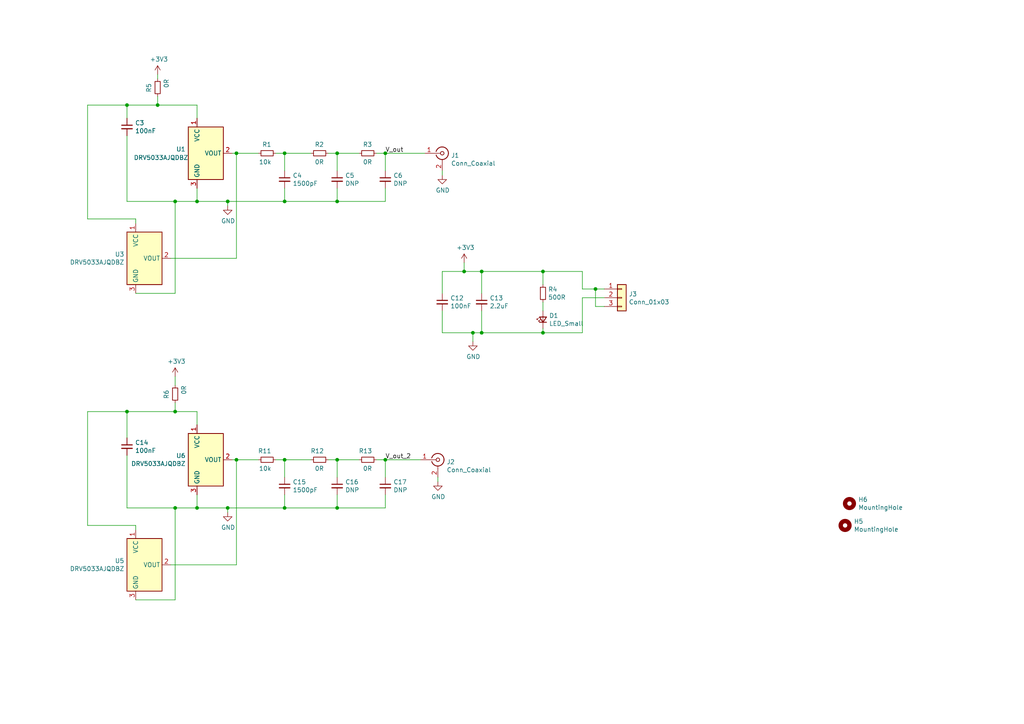
<source format=kicad_sch>
(kicad_sch (version 20250114) (generator "eeschema") (generator_version "9.0")
  (paper "A4")
  (lib_symbols
    (symbol "Connector:Conn_Coaxial" (pin_names (offset 1.016) (hide yes))
      (property "Reference" "J" (at 0.254 3.048 0))
      (property "Value" "Conn_Coaxial" (at 2.921 0 90))
      (symbol "Conn_Coaxial_0_1"
        (polyline (pts (xy -2.54 0) (xy -0.508 0)))
        (arc (start 1.778 0) (mid 0.222 -1.8079) (end -1.778 -0.508) (stroke (width 0.254)))
        (arc (start -1.778 0.508) (mid 0.2221 1.8084) (end 1.778 0) (stroke (width 0.254)))
        (circle (center 0 0) (radius 0.508) (stroke (width 0.2032)))
        (polyline (pts (xy 0 -2.54) (xy 0 -1.778)))
      )
      (symbol "Conn_Coaxial_1_1"
        (pin passive line (at -5.08 0 0) (length 2.54) (name "In") (number "1"))
        (pin passive line (at 0 -5.08 90) (length 2.54) (name "Ext") (number "2"))
      )
    )
    (symbol "Connector_Generic:Conn_01x03" (pin_names (offset 1.016) (hide yes))
      (property "Reference" "J" (at 0 5.08 0))
      (property "Value" "Conn_01x03" (at 0 -5.08 0))
      (symbol "Conn_01x03_1_1"
        (rectangle (start -1.27 3.81) (end 1.27 -3.81) (stroke (width 0.254)) (fill (type background)))
        (rectangle (start -1.27 2.667) (end 0 2.413) (stroke (width 0.1524)))
        (rectangle (start -1.27 0.127) (end 0 -0.127) (stroke (width 0.1524)))
        (rectangle (start -1.27 -2.413) (end 0 -2.667) (stroke (width 0.1524)))
        (pin passive line (at -5.08 2.54 0) (length 3.81) (name "Pin_1") (number "1"))
        (pin passive line (at -5.08 0 0) (length 3.81) (name "Pin_2") (number "2"))
        (pin passive line (at -5.08 -2.54 0) (length 3.81) (name "Pin_3") (number "3"))
      )
    )
    (symbol "Device:C_Small" (pin_numbers (hide yes)) (pin_names (offset 0.254) (hide yes))
      (property "Reference" "C" (at 0.254 1.778 0))
      (property "Value" "C_Small" (at 0.254 -2.032 0))
      (symbol "C_Small_0_1"
        (polyline (pts (xy -1.524 0.508) (xy 1.524 0.508)) (stroke (width 0.3048)))
        (polyline (pts (xy -1.524 -0.508) (xy 1.524 -0.508)) (stroke (width 0.3302)))
      )
      (symbol "C_Small_1_1"
        (pin passive line (at 0 2.54 270) (length 2.032) (name "~") (number "1"))
        (pin passive line (at 0 -2.54 90) (length 2.032) (name "~") (number "2"))
      )
    )
    (symbol "Device:LED_Small" (pin_numbers (hide yes)) (pin_names (offset 0.254) (hide yes))
      (property "Reference" "D" (at -1.27 3.175 0))
      (property "Value" "LED_Small" (at -4.445 -2.54 0))
      (symbol "LED_Small_0_1"
        (polyline (pts (xy -0.762 -1.016) (xy -0.762 1.016)) (stroke (width 0.254)))
        (polyline (pts (xy 0 0.762) (xy -0.508 1.27) (xy -0.254 1.27) (xy -0.508 1.27) (xy -0.508 1.016)))
        (polyline (pts (xy 0.508 1.27) (xy 0 1.778) (xy 0.254 1.778) (xy 0 1.778) (xy 0 1.524)))
        (polyline (pts (xy 0.762 -1.016) (xy -0.762 0) (xy 0.762 1.016) (xy 0.762 -1.016)) (stroke (width 0.254)))
        (polyline (pts (xy 1.016 0) (xy -0.762 0)))
      )
      (symbol "LED_Small_1_1"
        (pin passive line (at -2.54 0 0) (length 1.778) (name "K") (number "1"))
        (pin passive line (at 2.54 0 180) (length 1.778) (name "A") (number "2"))
      )
    )
    (symbol "Device:R_Small" (pin_numbers (hide yes)) (pin_names (offset 0.254) (hide yes))
      (property "Reference" "R" (at 0.762 0.508 0))
      (property "Value" "R_Small" (at 0.762 -1.016 0))
      (symbol "R_Small_0_1"
        (rectangle (start -0.762 1.778) (end 0.762 -1.778) (stroke (width 0.2032)))
      )
      (symbol "R_Small_1_1"
        (pin passive line (at 0 2.54 270) (length 0.762) (name "~") (number "1"))
        (pin passive line (at 0 -2.54 90) (length 0.762) (name "~") (number "2"))
      )
    )
    (symbol "Mechanical:MountingHole" (pin_names (offset 1.016))
      (property "Reference" "H" (at 0 5.08 0))
      (property "Value" "MountingHole" (at 0 3.175 0))
      (symbol "MountingHole_0_1"
        (circle (center 0 0) (radius 1.27) (stroke (width 1.27)))
      )
    )
    (symbol "fluxsens_try1-rescue:+3.3V-power" (power) (pin_names (offset 0))
      (property "Value" "+3.3V-power" (at 0 3.556 0))
      (symbol "+3.3V-power_0_1"
        (polyline (pts (xy -0.762 1.27) (xy 0 2.54)))
        (polyline (pts (xy 0 2.54) (xy 0.762 1.27)))
        (polyline (pts (xy 0 0) (xy 0 2.54)))
      )
      (symbol "+3.3V-power_1_1"
        (pin power_in line (at 0 0 90) (length 0) (hide yes) (name "+3V3") (number "1"))
      )
    )
    (symbol "fluxsens_try1-rescue:DRV5033AJQDBZ-Sensor_Magnetic"
      (property "Reference" "U" (at 0 11.43 0))
      (property "Value" "DRV5033AJQDBZ-Sensor_Magnetic" (at 0 8.89 0))
      (symbol "DRV5033AJQDBZ-Sensor_Magnetic_0_1"
        (rectangle (start -5.08 7.62) (end 5.08 -7.62) (stroke (width 0.254)) (fill (type background)))
      )
      (symbol "DRV5033AJQDBZ-Sensor_Magnetic_1_1"
        (pin power_in line (at -2.54 10.16 270) (length 2.54) (name "VCC") (number "1"))
        (pin power_in line (at -2.54 -10.16 90) (length 2.54) (name "GND") (number "3"))
        (pin open_collector line (at 7.62 0 180) (length 2.54) (name "VOUT") (number "2"))
      )
    )
    (symbol "power:GND" (power) (pin_names (offset 0))
      (property "Value" "GND" (at 0 -3.81 0))
      (symbol "GND_0_1"
        (polyline (pts (xy 0 0) (xy 0 -1.27) (xy 1.27 -1.27) (xy 0 -2.54) (xy -1.27 -1.27) (xy 0 -1.27)))
      )
      (symbol "GND_1_1"
        (pin power_in line (at 0 0 270) (length 0) (hide yes) (name "GND") (number "1"))
      )
    )
  )
  (junction (at 50.8 58.42))
  (junction (at 82.55 58.42))
  (junction (at 157.48 96.52))
  (junction (at 36.83 30.48))
  (junction (at 36.83 119.38))
  (junction (at 111.76 133.35))
  (junction (at 50.8 119.38))
  (junction (at 97.79 133.35))
  (junction (at 57.15 58.42))
  (junction (at 45.72 30.48))
  (junction (at 57.15 147.32))
  (junction (at 97.79 58.42))
  (junction (at 66.04 147.32))
  (junction (at 66.04 58.42))
  (junction (at 134.62 78.74))
  (junction (at 157.48 78.74))
  (junction (at 82.55 133.35))
  (junction (at 68.58 44.45))
  (junction (at 97.79 147.32))
  (junction (at 50.8 147.32))
  (junction (at 111.76 44.45))
  (junction (at 82.55 44.45))
  (junction (at 68.58 133.35))
  (junction (at 97.79 44.45))
  (junction (at 139.7 78.74))
  (junction (at 172.72 83.82))
  (junction (at 137.16 96.52))
  (junction (at 139.7 96.52))
  (junction (at 82.55 147.32))
  (wire (pts (xy 139.7 96.52) (xy 137.16 96.52)))
  (wire (pts (xy 80.01 133.35) (xy 82.55 133.35)))
  (wire (pts (xy 68.58 133.35) (xy 74.93 133.35)))
  (wire (pts (xy 111.76 133.35) (xy 111.76 138.43)))
  (wire (pts (xy 39.37 153.67) (xy 39.37 152.4)))
  (wire (pts (xy 36.83 119.38) (xy 36.83 127)))
  (wire (pts (xy 111.76 133.35) (xy 121.92 133.35)))
  (wire (pts (xy 50.8 85.09) (xy 39.37 85.09)))
  (wire (pts (xy 172.72 83.82) (xy 172.72 88.9)))
  (wire (pts (xy 97.79 133.35) (xy 104.14 133.35)))
  (wire (pts (xy 111.76 58.42) (xy 97.79 58.42)))
  (wire (pts (xy 39.37 63.5) (xy 25.4 63.5)))
  (wire (pts (xy 50.8 119.38) (xy 57.15 119.38)))
  (wire (pts (xy 97.79 147.32) (xy 82.55 147.32)))
  (wire (pts (xy 67.31 133.35) (xy 68.58 133.35)))
  (wire (pts (xy 137.16 96.52) (xy 128.27 96.52)))
  (wire (pts (xy 57.15 143.51) (xy 57.15 147.32)))
  (wire (pts (xy 66.04 58.42) (xy 82.55 58.42)))
  (wire (pts (xy 50.8 116.84) (xy 50.8 119.38)))
  (wire (pts (xy 95.25 44.45) (xy 97.79 44.45)))
  (wire (pts (xy 157.48 96.52) (xy 139.7 96.52)))
  (wire (pts (xy 134.62 76.2) (xy 134.62 78.74)))
  (wire (pts (xy 36.83 30.48) (xy 36.83 34.29)))
  (wire (pts (xy 128.27 50.8) (xy 128.27 49.53)))
  (wire (pts (xy 82.55 44.45) (xy 90.17 44.45)))
  (wire (pts (xy 157.48 78.74) (xy 157.48 82.55)))
  (wire (pts (xy 109.22 44.45) (xy 111.76 44.45)))
  (wire (pts (xy 68.58 163.83) (xy 49.53 163.83)))
  (wire (pts (xy 45.72 21.59) (xy 45.72 22.86)))
  (wire (pts (xy 97.79 58.42) (xy 82.55 58.42)))
  (wire (pts (xy 127 139.7) (xy 127 138.43)))
  (wire (pts (xy 97.79 143.51) (xy 97.79 147.32)))
  (wire (pts (xy 157.48 78.74) (xy 139.7 78.74)))
  (wire (pts (xy 45.72 30.48) (xy 36.83 30.48)))
  (wire (pts (xy 82.55 143.51) (xy 82.55 147.32)))
  (wire (pts (xy 82.55 49.53) (xy 82.55 44.45)))
  (wire (pts (xy 57.15 147.32) (xy 50.8 147.32)))
  (wire (pts (xy 109.22 133.35) (xy 111.76 133.35)))
  (wire (pts (xy 57.15 58.42) (xy 50.8 58.42)))
  (wire (pts (xy 57.15 54.61) (xy 57.15 58.42)))
  (wire (pts (xy 67.31 44.45) (xy 68.58 44.45)))
  (wire (pts (xy 97.79 138.43) (xy 97.79 133.35)))
  (wire (pts (xy 50.8 173.99) (xy 39.37 173.99)))
  (wire (pts (xy 66.04 58.42) (xy 57.15 58.42)))
  (wire (pts (xy 95.25 133.35) (xy 97.79 133.35)))
  (wire (pts (xy 168.91 86.36) (xy 168.91 96.52)))
  (wire (pts (xy 168.91 83.82) (xy 172.72 83.82)))
  (wire (pts (xy 50.8 58.42) (xy 36.83 58.42)))
  (wire (pts (xy 57.15 119.38) (xy 57.15 123.19)))
  (wire (pts (xy 68.58 74.93) (xy 49.53 74.93)))
  (wire (pts (xy 57.15 30.48) (xy 57.15 34.29)))
  (wire (pts (xy 45.72 27.94) (xy 45.72 30.48)))
  (wire (pts (xy 68.58 44.45) (xy 74.93 44.45)))
  (wire (pts (xy 25.4 119.38) (xy 36.83 119.38)))
  (wire (pts (xy 50.8 111.76) (xy 50.8 109.22)))
  (wire (pts (xy 134.62 78.74) (xy 139.7 78.74)))
  (wire (pts (xy 137.16 99.06) (xy 137.16 96.52)))
  (wire (pts (xy 172.72 88.9) (xy 175.26 88.9)))
  (wire (pts (xy 66.04 147.32) (xy 82.55 147.32)))
  (wire (pts (xy 25.4 152.4) (xy 25.4 119.38)))
  (wire (pts (xy 128.27 85.09) (xy 128.27 78.74)))
  (wire (pts (xy 168.91 78.74) (xy 157.48 78.74)))
  (wire (pts (xy 80.01 44.45) (xy 82.55 44.45)))
  (wire (pts (xy 111.76 54.61) (xy 111.76 58.42)))
  (wire (pts (xy 168.91 96.52) (xy 157.48 96.52)))
  (wire (pts (xy 39.37 152.4) (xy 25.4 152.4)))
  (wire (pts (xy 50.8 147.32) (xy 36.83 147.32)))
  (wire (pts (xy 111.76 147.32) (xy 97.79 147.32)))
  (wire (pts (xy 36.83 147.32) (xy 36.83 132.08)))
  (wire (pts (xy 66.04 59.69) (xy 66.04 58.42)))
  (wire (pts (xy 97.79 54.61) (xy 97.79 58.42)))
  (wire (pts (xy 111.76 44.45) (xy 123.19 44.45)))
  (wire (pts (xy 128.27 96.52) (xy 128.27 90.17)))
  (wire (pts (xy 111.76 44.45) (xy 111.76 49.53)))
  (wire (pts (xy 139.7 90.17) (xy 139.7 96.52)))
  (wire (pts (xy 66.04 148.59) (xy 66.04 147.32)))
  (wire (pts (xy 36.83 58.42) (xy 36.83 39.37)))
  (wire (pts (xy 68.58 44.45) (xy 68.58 74.93)))
  (wire (pts (xy 25.4 30.48) (xy 36.83 30.48)))
  (wire (pts (xy 50.8 58.42) (xy 50.8 85.09)))
  (wire (pts (xy 66.04 147.32) (xy 57.15 147.32)))
  (wire (pts (xy 175.26 86.36) (xy 168.91 86.36)))
  (wire (pts (xy 168.91 83.82) (xy 168.91 78.74)))
  (wire (pts (xy 128.27 78.74) (xy 134.62 78.74)))
  (wire (pts (xy 45.72 30.48) (xy 57.15 30.48)))
  (wire (pts (xy 157.48 87.63) (xy 157.48 90.17)))
  (wire (pts (xy 36.83 119.38) (xy 50.8 119.38)))
  (wire (pts (xy 139.7 78.74) (xy 139.7 85.09)))
  (wire (pts (xy 39.37 64.77) (xy 39.37 63.5)))
  (wire (pts (xy 50.8 147.32) (xy 50.8 173.99)))
  (wire (pts (xy 68.58 133.35) (xy 68.58 163.83)))
  (wire (pts (xy 97.79 44.45) (xy 104.14 44.45)))
  (wire (pts (xy 82.55 138.43) (xy 82.55 133.35)))
  (wire (pts (xy 82.55 133.35) (xy 90.17 133.35)))
  (wire (pts (xy 25.4 63.5) (xy 25.4 30.48)))
  (wire (pts (xy 157.48 95.25) (xy 157.48 96.52)))
  (wire (pts (xy 111.76 143.51) (xy 111.76 147.32)))
  (wire (pts (xy 97.79 49.53) (xy 97.79 44.45)))
  (wire (pts (xy 82.55 54.61) (xy 82.55 58.42)))
  (wire (pts (xy 172.72 83.82) (xy 175.26 83.82)))
  (label "V_out" (at 111.76 44.45 0))
  (label "V_out_2" (at 111.76 133.35 0))
  (symbol (lib_id "fluxsens_try1-rescue:DRV5033AJQDBZ-Sensor_Magnetic") (at 59.69 44.45 0) (unit 1)
    (property "Reference" "U1" (at 53.848 43.2816 0) (effects (justify right)))
    (property "Value" "DRV5033AJQDBZ" (at 54.61 45.72 0) (effects (justify right)))
    (property "Footprint" "Package_TO_SOT_SMD:SOT-23" (effects (hide yes)))
    (property "Datasheet" "http://www.ti.com/lit/ds/symlink/drv5033.pdf" (effects (hide yes)))
  )
  (symbol (lib_id "Device:C_Small") (at 36.83 36.83 0) (unit 1)
    (property "Reference" "C3" (at 39.1668 35.6616 0) (effects (justify left)))
    (property "Value" "100nF" (at 39.1668 37.973 0) (effects (justify left)))
    (property "Footprint" "Capacitor_SMD:C_0805_2012Metric_Pad1.18x1.45mm_HandSolder" (effects (hide yes)))
  )
  (symbol (lib_id "Device:R_Small") (at 77.47 44.45 90) (unit 1)
    (property "Reference" "R1" (at 78.74 41.91 90) (effects (justify left)))
    (property "Value" "10k" (at 78.74 46.99 90) (effects (justify left)))
    (property "Footprint" "Resistor_SMD:R_0805_2012Metric_Pad1.20x1.40mm_HandSolder" (effects (hide yes)))
  )
  (symbol (lib_id "Device:C_Small") (at 82.55 52.07 0) (unit 1)
    (property "Reference" "C4" (at 84.8868 50.9016 0) (effects (justify left)))
    (property "Value" "1500pF" (at 84.8868 53.213 0) (effects (justify left)))
    (property "Footprint" "Capacitor_SMD:C_0805_2012Metric_Pad1.18x1.45mm_HandSolder" (effects (hide yes)))
  )
  (symbol (lib_id "Device:R_Small") (at 92.71 44.45 90) (unit 1)
    (property "Reference" "R2" (at 93.98 41.91 90) (effects (justify left)))
    (property "Value" "0R" (at 93.98 46.99 90) (effects (justify left)))
    (property "Footprint" "Resistor_SMD:R_0805_2012Metric_Pad1.20x1.40mm_HandSolder" (effects (hide yes)))
  )
  (symbol (lib_id "Device:C_Small") (at 97.79 52.07 0) (unit 1)
    (property "Reference" "C5" (at 100.1268 50.9016 0) (effects (justify left)))
    (property "Value" "DNP" (at 100.1268 53.213 0) (effects (justify left)))
    (property "Footprint" "Capacitor_SMD:C_0805_2012Metric_Pad1.18x1.45mm_HandSolder" (effects (hide yes)))
  )
  (symbol (lib_id "Device:R_Small") (at 106.68 44.45 90) (unit 1)
    (property "Reference" "R3" (at 107.95 41.91 90) (effects (justify left)))
    (property "Value" "0R" (at 107.95 46.99 90) (effects (justify left)))
    (property "Footprint" "Resistor_SMD:R_0805_2012Metric_Pad1.20x1.40mm_HandSolder" (effects (hide yes)))
  )
  (symbol (lib_id "Device:C_Small") (at 111.76 52.07 0) (unit 1)
    (property "Reference" "C6" (at 114.0968 50.9016 0) (effects (justify left)))
    (property "Value" "DNP" (at 114.0968 53.213 0) (effects (justify left)))
    (property "Footprint" "Capacitor_SMD:C_0805_2012Metric_Pad1.18x1.45mm_HandSolder" (effects (hide yes)))
  )
  (symbol (lib_id "power:GND") (at 66.04 59.69 0) (unit 1)
    (property "Reference" "#PWR0101" (effects (hide yes)))
    (property "Value" "GND" (at 66.167 64.0842 0))
  )
  (symbol (lib_id "fluxsens_try1-rescue:+3.3V-power") (at 45.72 21.59 0) (unit 1)
    (property "Reference" "#PWR0102" (effects (hide yes)))
    (property "Value" "+3V3" (at 46.101 17.1958 0))
  )
  (symbol (lib_id "Connector:Conn_Coaxial") (at 128.27 44.45 0) (unit 1)
    (property "Reference" "J1" (at 130.81 45.085 0) (effects (justify left)))
    (property "Value" "Conn_Coaxial" (at 130.81 47.3964 0) (effects (justify left)))
    (property "Footprint" "Connector_Coaxial:SMA_Molex_73251-2120_EdgeMount_Horizontal" (effects (hide yes)))
    (property "Datasheet" " ~" (effects (hide yes)))
  )
  (symbol (lib_id "Connector_Generic:Conn_01x03") (at 180.34 86.36 0) (unit 1)
    (property "Reference" "J3" (at 182.372 85.2932 0) (effects (justify left)))
    (property "Value" "Conn_01x03" (at 182.372 87.6046 0) (effects (justify left)))
    (property "Footprint" "Connector_PinHeader_2.54mm:PinHeader_1x03_P2.54mm_Vertical" (effects (hide yes)))
  )
  (symbol (lib_id "power:GND") (at 128.27 50.8 0) (unit 1)
    (property "Reference" "#PWR0106" (effects (hide yes)))
    (property "Value" "GND" (at 128.397 55.1942 0))
  )
  (symbol (lib_id "fluxsens_try1-rescue:DRV5033AJQDBZ-Sensor_Magnetic") (at 41.91 74.93 0) (unit 1)
    (property "Reference" "U3" (at 36.068 73.7616 0) (effects (justify right)))
    (property "Value" "DRV5033AJQDBZ" (at 36.068 76.073 0) (effects (justify right)))
    (property "Footprint" "Package_TO_SOT_SMD:SOT-23" (effects (hide yes)))
    (property "Datasheet" "http://www.ti.com/lit/ds/symlink/drv5033.pdf" (effects (hide yes)))
  )
  (symbol (lib_id "fluxsens_try1-rescue:DRV5033AJQDBZ-Sensor_Magnetic") (at 59.69 133.35 0) (unit 1)
    (property "Reference" "U6" (at 53.848 132.1816 0) (effects (justify right)))
    (property "Value" "DRV5033AJQDBZ" (at 53.848 134.493 0) (effects (justify right)))
    (property "Footprint" "Package_TO_SOT_SMD:SOT-23" (effects (hide yes)))
    (property "Datasheet" "http://www.ti.com/lit/ds/symlink/drv5033.pdf" (effects (hide yes)))
  )
  (symbol (lib_id "Device:C_Small") (at 36.83 129.54 0) (unit 1)
    (property "Reference" "C14" (at 39.1668 128.3716 0) (effects (justify left)))
    (property "Value" "100nF" (at 39.1668 130.683 0) (effects (justify left)))
    (property "Footprint" "Capacitor_SMD:C_0805_2012Metric_Pad1.18x1.45mm_HandSolder" (effects (hide yes)))
  )
  (symbol (lib_id "Device:R_Small") (at 77.47 133.35 90) (unit 1)
    (property "Reference" "R11" (at 78.74 130.81 90) (effects (justify left)))
    (property "Value" "10k" (at 78.74 135.89 90) (effects (justify left)))
    (property "Footprint" "Resistor_SMD:R_0805_2012Metric_Pad1.20x1.40mm_HandSolder" (effects (hide yes)))
  )
  (symbol (lib_id "Device:C_Small") (at 82.55 140.97 0) (unit 1)
    (property "Reference" "C15" (at 84.8868 139.8016 0) (effects (justify left)))
    (property "Value" "1500pF" (at 84.8868 142.113 0) (effects (justify left)))
    (property "Footprint" "Capacitor_SMD:C_0805_2012Metric_Pad1.18x1.45mm_HandSolder" (effects (hide yes)))
  )
  (symbol (lib_id "Device:R_Small") (at 92.71 133.35 90) (unit 1)
    (property "Reference" "R12" (at 93.98 130.81 90) (effects (justify left)))
    (property "Value" "0R" (at 93.98 135.89 90) (effects (justify left)))
    (property "Footprint" "Resistor_SMD:R_0805_2012Metric_Pad1.20x1.40mm_HandSolder" (effects (hide yes)))
  )
  (symbol (lib_id "Device:C_Small") (at 97.79 140.97 0) (unit 1)
    (property "Reference" "C16" (at 100.1268 139.8016 0) (effects (justify left)))
    (property "Value" "DNP" (at 100.1268 142.113 0) (effects (justify left)))
    (property "Footprint" "Capacitor_SMD:C_0805_2012Metric_Pad1.18x1.45mm_HandSolder" (effects (hide yes)))
  )
  (symbol (lib_id "Device:R_Small") (at 106.68 133.35 90) (unit 1)
    (property "Reference" "R13" (at 107.95 130.81 90) (effects (justify left)))
    (property "Value" "0R" (at 107.95 135.89 90) (effects (justify left)))
    (property "Footprint" "Resistor_SMD:R_0805_2012Metric_Pad1.20x1.40mm_HandSolder" (effects (hide yes)))
  )
  (symbol (lib_id "Device:C_Small") (at 111.76 140.97 0) (unit 1)
    (property "Reference" "C17" (at 114.0968 139.8016 0) (effects (justify left)))
    (property "Value" "DNP" (at 114.0968 142.113 0) (effects (justify left)))
    (property "Footprint" "Capacitor_SMD:C_0805_2012Metric_Pad1.18x1.45mm_HandSolder" (effects (hide yes)))
  )
  (symbol (lib_id "power:GND") (at 66.04 148.59 0) (unit 1)
    (property "Reference" "#PWR0108" (effects (hide yes)))
    (property "Value" "GND" (at 66.167 152.9842 0))
  )
  (symbol (lib_id "fluxsens_try1-rescue:+3.3V-power") (at 50.8 109.22 0) (unit 1)
    (property "Reference" "#PWR0109" (effects (hide yes)))
    (property "Value" "+3V3" (at 51.181 104.8258 0))
  )
  (symbol (lib_id "Device:C_Small") (at 128.27 87.63 0) (unit 1)
    (property "Reference" "C12" (at 130.6068 86.4616 0) (effects (justify left)))
    (property "Value" "100nF" (at 130.6068 88.773 0) (effects (justify left)))
    (property "Footprint" "Capacitor_SMD:C_0805_2012Metric_Pad1.18x1.45mm_HandSolder" (effects (hide yes)))
  )
  (symbol (lib_id "Device:C_Small") (at 139.7 87.63 0) (unit 1)
    (property "Reference" "C13" (at 142.0368 86.4616 0) (effects (justify left)))
    (property "Value" "2.2uF" (at 142.0368 88.773 0) (effects (justify left)))
    (property "Footprint" "Capacitor_SMD:C_0805_2012Metric_Pad1.18x1.45mm_HandSolder" (effects (hide yes)))
  )
  (symbol (lib_id "fluxsens_try1-rescue:+3.3V-power") (at 134.62 76.2 0) (unit 1)
    (property "Reference" "#PWR0110" (effects (hide yes)))
    (property "Value" "+3V3" (at 135.001 71.8058 0))
  )
  (symbol (lib_id "power:GND") (at 137.16 99.06 0) (unit 1)
    (property "Reference" "#PWR0111" (effects (hide yes)))
    (property "Value" "GND" (at 137.287 103.4542 0))
  )
  (symbol (lib_id "Connector:Conn_Coaxial") (at 127 133.35 0) (unit 1)
    (property "Reference" "J2" (at 129.54 133.985 0) (effects (justify left)))
    (property "Value" "Conn_Coaxial" (at 129.54 136.2964 0) (effects (justify left)))
    (property "Footprint" "Connector_Coaxial:SMA_Molex_73251-2120_EdgeMount_Horizontal" (effects (hide yes)))
    (property "Datasheet" " ~" (effects (hide yes)))
  )
  (symbol (lib_id "power:GND") (at 127 139.7 0) (unit 1)
    (property "Reference" "#PWR0113" (effects (hide yes)))
    (property "Value" "GND" (at 127.127 144.0942 0))
  )
  (symbol (lib_id "fluxsens_try1-rescue:DRV5033AJQDBZ-Sensor_Magnetic") (at 41.91 163.83 0) (unit 1)
    (property "Reference" "U5" (at 36.068 162.6616 0) (effects (justify right)))
    (property "Value" "DRV5033AJQDBZ" (at 36.068 164.973 0) (effects (justify right)))
    (property "Footprint" "Package_TO_SOT_SMD:SOT-23" (effects (hide yes)))
    (property "Datasheet" "http://www.ti.com/lit/ds/symlink/drv5033.pdf" (effects (hide yes)))
  )
  (symbol (lib_id "Device:LED_Small") (at 157.48 92.71 90) (unit 1)
    (property "Reference" "D1" (at 159.258 91.5416 90) (effects (justify right)))
    (property "Value" "LED_Small" (at 159.258 93.853 90) (effects (justify right)))
    (property "Footprint" "LED_SMD:LED_PLCC-2" (effects (hide yes)))
  )
  (symbol (lib_id "Device:R_Small") (at 157.48 85.09 0) (unit 1)
    (property "Reference" "R4" (at 158.9786 83.9216 0) (effects (justify left)))
    (property "Value" "500R" (at 158.9786 86.233 0) (effects (justify left)))
    (property "Footprint" "Resistor_SMD:R_0805_2012Metric_Pad1.20x1.40mm_HandSolder" (effects (hide yes)))
  )
  (symbol (lib_id "Device:R_Small") (at 50.8 114.3 180) (unit 1)
    (property "Reference" "R6" (at 48.26 113.03 90) (effects (justify left)))
    (property "Value" "0R" (at 53.34 111.76 90) (effects (justify left)))
    (property "Footprint" "Resistor_SMD:R_0805_2012Metric_Pad1.20x1.40mm_HandSolder" (effects (hide yes)))
  )
  (symbol (lib_id "Device:R_Small") (at 45.72 25.4 180) (unit 1)
    (property "Reference" "R5" (at 43.18 24.13 90) (effects (justify left)))
    (property "Value" "0R" (at 48.26 22.86 90) (effects (justify left)))
    (property "Footprint" "Resistor_SMD:R_0805_2012Metric_Pad1.20x1.40mm_HandSolder" (effects (hide yes)))
  )
  (symbol (lib_id "Mechanical:MountingHole") (at 246.38 146.05 0) (unit 1)
    (property "Reference" "H6" (at 248.92 144.8816 0) (effects (justify left)))
    (property "Value" "MountingHole" (at 248.92 147.193 0) (effects (justify left)))
    (property "Footprint" "MountingHole:MountingHole_3.2mm_M3_DIN965" (effects (hide yes)))
  )
  (symbol (lib_id "Mechanical:MountingHole") (at 245.11 152.4 0) (unit 1)
    (property "Reference" "H5" (at 247.65 151.2316 0) (effects (justify left)))
    (property "Value" "MountingHole" (at 247.65 153.543 0) (effects (justify left)))
    (property "Footprint" "MountingHole:MountingHole_3.2mm_M3_DIN965" (effects (hide yes)))
  )
)
</source>
